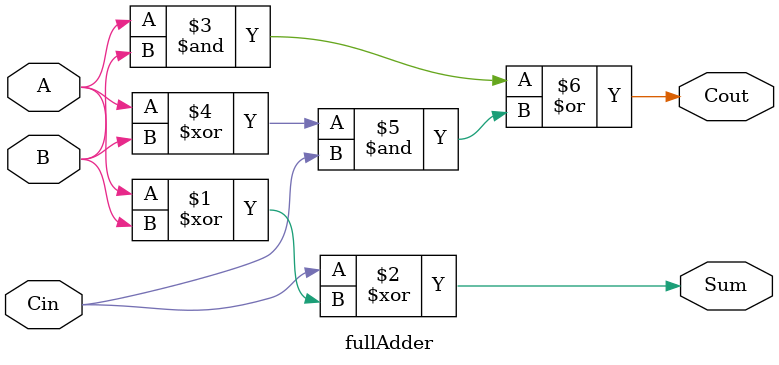
<source format=sv>
module fullAdder(input A, input B, input Cin, output Cout, output Sum);
	assign Sum = Cin^(A^B);
	assign Cout = (A&B)|((A^B)&Cin);
endmodule

</source>
